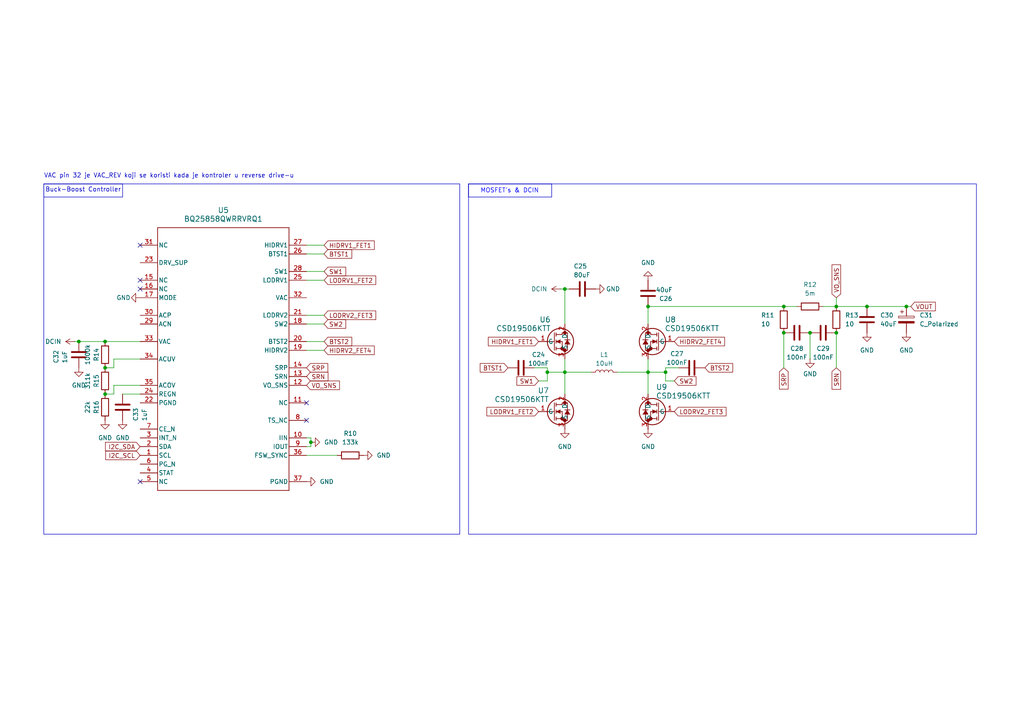
<source format=kicad_sch>
(kicad_sch (version 20250114) (generator "eeschema") (generator_version "9.0")
  (paper "A4")
  (title_block (title "LV_Regulator_Main") (rev "1.00A") (company "\"Black Horntets\" Formula Student team") (comment 1 "Authors: Dusan Novkovic; Nikola Popovic") (comment 2 "Subteam: Low Voltage Team"))
  (lib_symbols
    (symbol "Controller_Library:BQ25858QWRRVRQ1" (pin_names (offset 0.254))
      (property "Reference" "U" (at 0 2.54 0))
      (property "Value" "BQ25858QWRRVRQ1" (at 0 0 0))
      (symbol "BQ25858QWRRVRQ1_0_1"
        (polyline (pts (xy 5.08 5.08) (xy 5.08 -71.12)) (stroke (width 0.2032)))
        (polyline (pts (xy 5.08 -71.12) (xy 43.18 -71.12)) (stroke (width 0.2032)))
        (polyline (pts (xy 43.18 5.08) (xy 5.08 5.08)) (stroke (width 0.2032)))
        (polyline (pts (xy 43.18 -71.12) (xy 43.18 5.08)) (stroke (width 0.2032)))
        (pin unspecified line (at 0 0 0) (length 5.08) (name "NC") (number "31"))
        (pin power_in line (at 0 -5.08 0) (length 5.08) (name "DRV_SUP") (number "23"))
        (pin unspecified line (at 0 -10.16 0) (length 5.08) (name "NC") (number "15"))
        (pin unspecified line (at 0 -12.7 0) (length 5.08) (name "NC") (number "16"))
        (pin unspecified line (at 0 -15.24 0) (length 5.08) (name "MODE") (number "17"))
        (pin unspecified line (at 0 -20.32 0) (length 5.08) (name "ACP") (number "30"))
        (pin unspecified line (at 0 -22.86 0) (length 5.08) (name "ACN") (number "29"))
        (pin power_in line (at 0 -27.94 0) (length 5.08) (name "VAC") (number "33"))
        (pin unspecified line (at 0 -33.02 0) (length 5.08) (name "ACUV") (number "34"))
        (pin unspecified line (at 0 -40.64 0) (length 5.08) (name "ACOV") (number "35"))
        (pin power_in line (at 0 -43.18 0) (length 5.08) (name "REGN") (number "24"))
        (pin power_in line (at 0 -45.72 0) (length 5.08) (name "PGND") (number "22"))
        (pin input line (at 0 -53.34 0) (length 5.08) (name "CE_N") (number "7"))
        (pin open_collector line (at 0 -55.88 0) (length 5.08) (name "INT_N") (number "3"))
        (pin bidirectional line (at 0 -58.42 0) (length 5.08) (name "SDA") (number "2"))
        (pin input line (at 0 -60.96 0) (length 5.08) (name "SCL") (number "1"))
        (pin open_collector line (at 0 -63.5 0) (length 5.08) (name "PG_N") (number "6"))
        (pin open_collector line (at 0 -66.04 0) (length 5.08) (name "STAT") (number "4"))
        (pin unspecified line (at 0 -68.58 0) (length 5.08) (name "NC") (number "5"))
        (pin unspecified line (at 48.26 0 180) (length 5.08) (name "HIDRV1") (number "27"))
        (pin power_in line (at 48.26 -2.54 180) (length 5.08) (name "BTST1") (number "26"))
        (pin unspecified line (at 48.26 -7.62 180) (length 5.08) (name "SW1") (number "28"))
        (pin unspecified line (at 48.26 -10.16 180) (length 5.08) (name "LODRV1") (number "25"))
        (pin power_in line (at 48.26 -15.24 180) (length 5.08) (name "VAC") (number "32"))
        (pin unspecified line (at 48.26 -20.32 180) (length 5.08) (name "LODRV2") (number "21"))
        (pin unspecified line (at 48.26 -22.86 180) (length 5.08) (name "SW2") (number "18"))
        (pin power_in line (at 48.26 -27.94 180) (length 5.08) (name "BTST2") (number "20"))
        (pin unspecified line (at 48.26 -30.48 180) (length 5.08) (name "HIDRV2") (number "19"))
        (pin unspecified line (at 48.26 -35.56 180) (length 5.08) (name "SRP") (number "14"))
        (pin unspecified line (at 48.26 -38.1 180) (length 5.08) (name "SRN") (number "13"))
        (pin input line (at 48.26 -40.64 180) (length 5.08) (name "VO_SNS") (number "12"))
        (pin unspecified line (at 48.26 -45.72 180) (length 5.08) (name "NC") (number "11"))
        (pin unspecified line (at 48.26 -50.8 180) (length 5.08) (name "TS_NC") (number "8"))
        (pin unspecified line (at 48.26 -55.88 180) (length 5.08) (name "IIN") (number "10"))
        (pin unspecified line (at 48.26 -58.42 180) (length 5.08) (name "IOUT") (number "9"))
        (pin input line (at 48.26 -60.96 180) (length 5.08) (name "FSW_SYNC") (number "36"))
        (pin power_in line (at 48.26 -68.58 180) (length 5.08) (name "PGND") (number "37"))
      )
    )
    (symbol "Controller_Library:CSD19506KTT" (pin_names (offset 0.254))
      (property "Reference" "U" (at 11.43 1.905 0))
      (property "Value" "CSD19506KTT" (at 11.43 -2.54 0))
      (symbol "CSD19506KTT_0_1"
        (polyline (pts (xy 2.54 0) (xy 4.445 0)) (stroke (width 0.2032)))
        (polyline (pts (xy 4.572 -2.54) (xy 4.572 2.54)) (stroke (width 0.2032)))
        (polyline (pts (xy 5.08 2.032) (xy 6.858 2.032)) (stroke (width 0.2032)))
        (polyline (pts (xy 5.08 1.524) (xy 5.08 2.54)) (stroke (width 0.2032)))
        (polyline (pts (xy 5.08 -0.508) (xy 5.08 0.508)) (stroke (width 0.2032)))
        (polyline (pts (xy 5.08 -2.032) (xy 6.858 -2.032)) (stroke (width 0.2032)))
        (polyline (pts (xy 5.08 -2.54) (xy 5.08 -1.524)) (stroke (width 0.2032)))
        (polyline (pts (xy 6.35 0.508) (xy 5.08 0) (xy 6.35 -0.508)) (fill (type outline)))
        (polyline (pts (xy 6.35 0) (xy 6.858 0)) (stroke (width 0.2032)))
        (circle (center 6.35 0) (radius 3.81) (stroke (width 0.254)))
        (polyline (pts (xy 6.858 2.54) (xy 8.382 2.54)) (stroke (width 0.2032)))
        (polyline (pts (xy 6.858 2.032) (xy 6.858 2.54)) (stroke (width 0.2032)))
        (circle (center 6.858 -2.032) (radius 0.0254) (stroke (width 0.508)))
        (polyline (pts (xy 6.858 -2.54) (xy 6.858 0)) (stroke (width 0.2032)))
        (polyline (pts (xy 6.858 -2.54) (xy 8.382 -2.54)) (stroke (width 0.2032)))
        (circle (center 7.62 2.54) (radius 0.0254) (stroke (width 0.508)))
        (circle (center 7.62 -2.54) (radius 0.0254) (stroke (width 0.508)))
        (polyline (pts (xy 8.382 0.508) (xy 8.382 2.54)) (stroke (width 0.2032)))
        (polyline (pts (xy 8.382 -2.54) (xy 8.382 -0.762)) (stroke (width 0.2032)))
        (polyline (pts (xy 9.144 0.508) (xy 7.62 0.508)) (stroke (width 0.2032)))
        (polyline (pts (xy 9.144 -0.762) (xy 7.62 -0.762) (xy 8.382 0.508)) (fill (type outline)))
        (pin unspecified line (at 0 0 0) (length 2.54) (name "G") (number "1"))
        (pin unspecified line (at 7.62 5.08 270) (length 2.54) (name "D") (number "2"))
        (pin unspecified line (at 7.62 -5.08 90) (length 2.54) (name "S") (number "3"))
      )
    )
    (symbol "Device:C" (pin_numbers (hide yes)) (pin_names (offset 0.254))
      (property "Reference" "C" (at 0.635 2.54 0))
      (property "Value" "C" (at 0.635 -2.54 0))
      (symbol "C_0_1"
        (polyline (pts (xy -2.032 0.762) (xy 2.032 0.762)) (stroke (width 0.508)))
        (polyline (pts (xy -2.032 -0.762) (xy 2.032 -0.762)) (stroke (width 0.508)))
      )
      (symbol "C_1_1"
        (pin passive line (at 0 3.81 270) (length 2.794) (name "~") (number "1"))
        (pin passive line (at 0 -3.81 90) (length 2.794) (name "~") (number "2"))
      )
    )
    (symbol "Device:C_Polarized" (pin_numbers (hide yes)) (pin_names (offset 0.254))
      (property "Reference" "C" (at 0.635 2.54 0))
      (property "Value" "C_Polarized" (at 0.635 -2.54 0))
      (symbol "C_Polarized_0_1"
        (rectangle (start -2.286 0.508) (end 2.286 1.016))
        (polyline (pts (xy -1.778 2.286) (xy -0.762 2.286)))
        (polyline (pts (xy -1.27 2.794) (xy -1.27 1.778)))
        (rectangle (start 2.286 -0.508) (end -2.286 -1.016) (fill (type outline)))
      )
      (symbol "C_Polarized_1_1"
        (pin passive line (at 0 3.81 270) (length 2.794) (name "~") (number "1"))
        (pin passive line (at 0 -3.81 90) (length 2.794) (name "~") (number "2"))
      )
    )
    (symbol "Device:L" (pin_numbers (hide yes)) (pin_names (offset 1.016) (hide yes))
      (property "Reference" "L" (at -1.27 0 90))
      (property "Value" "L" (at 1.905 0 90))
      (symbol "L_0_1"
        (arc (start 0 2.54) (mid 0.6323 1.905) (end 0 1.27))
        (arc (start 0 1.27) (mid 0.6323 0.635) (end 0 0))
        (arc (start 0 0) (mid 0.6323 -0.635) (end 0 -1.27))
        (arc (start 0 -1.27) (mid 0.6323 -1.905) (end 0 -2.54))
      )
      (symbol "L_1_1"
        (pin passive line (at 0 3.81 270) (length 1.27) (name "1") (number "1"))
        (pin passive line (at 0 -3.81 90) (length 1.27) (name "2") (number "2"))
      )
    )
    (symbol "Device:R" (pin_numbers (hide yes)) (pin_names (offset 0))
      (property "Reference" "R" (at 2.032 0 90))
      (property "Value" "R" (at 0 0 90))
      (symbol "R_0_1"
        (rectangle (start -1.016 -2.54) (end 1.016 2.54) (stroke (width 0.254)))
      )
      (symbol "R_1_1"
        (pin passive line (at 0 3.81 270) (length 1.27) (name "~") (number "1"))
        (pin passive line (at 0 -3.81 90) (length 1.27) (name "~") (number "2"))
      )
    )
    (symbol "power:GND" (power) (pin_numbers (hide yes)) (pin_names (offset 0) (hide yes))
      (property "Value" "GND" (at 0 -3.81 0))
      (symbol "GND_0_1"
        (polyline (pts (xy 0 0) (xy 0 -1.27) (xy 1.27 -1.27) (xy 0 -2.54) (xy -1.27 -1.27) (xy 0 -1.27)))
      )
      (symbol "GND_1_1"
        (pin power_in line (at 0 0 270) (length 0) (name "~") (number "1"))
      )
    )
    (symbol "power:VD" (power) (pin_numbers (hide yes)) (pin_names (offset 0) (hide yes))
      (property "Value" "VD" (at 0 3.556 0))
      (symbol "VD_0_1"
        (polyline (pts (xy -0.762 1.27) (xy 0 2.54)))
        (polyline (pts (xy 0 2.54) (xy 0.762 1.27)))
        (polyline (pts (xy 0 0) (xy 0 2.54)))
      )
      (symbol "VD_1_1"
        (pin power_in line (at 0 0 90) (length 0) (name "~") (number "1"))
      )
    )
    (symbol "power:VDC" (power) (pin_numbers (hide yes)) (pin_names (offset 0) (hide yes))
      (property "Value" "VDC" (at 0 3.556 0))
      (symbol "VDC_0_1"
        (polyline (pts (xy -0.762 1.27) (xy 0 2.54)))
        (polyline (pts (xy 0 2.54) (xy 0.762 1.27)))
        (polyline (pts (xy 0 0) (xy 0 2.54)))
      )
      (symbol "VDC_1_1"
        (pin power_in line (at 0 0 90) (length 0) (name "~") (number "1"))
      )
    )
  )
  (rectangle (start 12.7 53.34) (end 35.56 57.15))
  (rectangle (start 135.89 53.34) (end 160.02 57.15))
  (rectangle (start 12.7 53.34) (end 133.35 154.94))
  (rectangle (start 135.89 53.34) (end 283.21 154.94))
  (text "Buck-Boost Controller" (at 24.13 55.118 0) (effects (font (size 1.27 1.27))))
  (text "MOSFET's & DCIN" (at 147.828 55.372 0) (effects (font (size 1.27 1.27))))
  (text "VAC pin 32 je VAC_REV koji se koristi kada je kontroler u reverse drive-u\n" (at 49.022 51.054 0) (effects (font (size 1.27 1.27))))
  (junction (at 30.48 114.3))
  (junction (at 251.46 88.9))
  (junction (at 187.96 107.95))
  (junction (at 242.57 96.52))
  (junction (at 234.95 96.52))
  (junction (at 22.86 99.06))
  (junction (at 163.83 83.82))
  (junction (at 187.96 88.9))
  (junction (at 227.33 96.52))
  (junction (at 193.04 107.95))
  (junction (at 30.48 106.68))
  (junction (at 262.89 88.9))
  (junction (at 163.83 107.95))
  (junction (at 227.33 88.9))
  (junction (at 30.48 99.06))
  (junction (at 90.17 128.27))
  (junction (at 158.75 107.95))
  (junction (at 242.57 88.9))
  (no_connect (at 88.9 116.84))
  (no_connect (at 40.64 83.82))
  (no_connect (at 40.64 139.7))
  (no_connect (at 40.64 71.12))
  (no_connect (at 40.64 81.28))
  (no_connect (at 88.9 121.92))
  (wire (pts (xy 158.75 110.49) (xy 158.75 107.95)))
  (wire (pts (xy 33.02 104.14) (xy 33.02 106.68)))
  (wire (pts (xy 251.46 88.9) (xy 262.89 88.9)))
  (wire (pts (xy 90.17 127) (xy 90.17 128.27)))
  (wire (pts (xy 33.02 111.76) (xy 33.02 114.3)))
  (wire (pts (xy 242.57 86.36) (xy 242.57 88.9)))
  (wire (pts (xy 193.04 110.49) (xy 195.58 110.49)))
  (wire (pts (xy 40.64 111.76) (xy 33.02 111.76)))
  (wire (pts (xy 171.45 107.95) (xy 163.83 107.95)))
  (wire (pts (xy 88.9 93.98) (xy 93.98 93.98)))
  (wire (pts (xy 90.17 128.27) (xy 90.17 129.54)))
  (wire (pts (xy 163.83 83.82) (xy 165.1 83.82)))
  (wire (pts (xy 88.9 78.74) (xy 93.98 78.74)))
  (wire (pts (xy 88.9 101.6) (xy 93.98 101.6)))
  (wire (pts (xy 163.83 83.82) (xy 162.56 83.82)))
  (wire (pts (xy 227.33 88.9) (xy 231.14 88.9)))
  (wire (pts (xy 33.02 114.3) (xy 30.48 114.3)))
  (wire (pts (xy 21.59 99.06) (xy 22.86 99.06)))
  (wire (pts (xy 193.04 107.95) (xy 193.04 106.68)))
  (wire (pts (xy 163.83 104.14) (xy 163.83 107.95)))
  (wire (pts (xy 242.57 96.52) (xy 242.57 106.68)))
  (wire (pts (xy 193.04 110.49) (xy 193.04 107.95)))
  (wire (pts (xy 158.75 107.95) (xy 158.75 106.68)))
  (wire (pts (xy 88.9 127) (xy 90.17 127)))
  (wire (pts (xy 22.86 99.06) (xy 30.48 99.06)))
  (wire (pts (xy 234.95 104.14) (xy 234.95 96.52)))
  (wire (pts (xy 88.9 71.12) (xy 93.98 71.12)))
  (wire (pts (xy 193.04 106.68) (xy 196.85 106.68)))
  (wire (pts (xy 163.83 83.82) (xy 163.83 93.98)))
  (wire (pts (xy 187.96 104.14) (xy 187.96 107.95)))
  (wire (pts (xy 187.96 88.9) (xy 187.96 93.98)))
  (wire (pts (xy 156.21 110.49) (xy 158.75 110.49)))
  (wire (pts (xy 179.07 107.95) (xy 187.96 107.95)))
  (wire (pts (xy 88.9 129.54) (xy 90.17 129.54)))
  (wire (pts (xy 227.33 96.52) (xy 227.33 106.68)))
  (wire (pts (xy 187.96 107.95) (xy 193.04 107.95)))
  (wire (pts (xy 93.98 73.66) (xy 88.9 73.66)))
  (wire (pts (xy 264.16 88.9) (xy 262.89 88.9)))
  (wire (pts (xy 30.48 106.68) (xy 33.02 106.68)))
  (wire (pts (xy 35.56 114.3) (xy 40.64 114.3)))
  (wire (pts (xy 154.94 106.68) (xy 158.75 106.68)))
  (wire (pts (xy 30.48 99.06) (xy 40.64 99.06)))
  (wire (pts (xy 88.9 81.28) (xy 93.98 81.28)))
  (wire (pts (xy 187.96 88.9) (xy 227.33 88.9)))
  (wire (pts (xy 163.83 107.95) (xy 163.83 114.3)))
  (wire (pts (xy 242.57 88.9) (xy 251.46 88.9)))
  (wire (pts (xy 158.75 107.95) (xy 163.83 107.95)))
  (wire (pts (xy 33.02 104.14) (xy 40.64 104.14)))
  (wire (pts (xy 93.98 99.06) (xy 88.9 99.06)))
  (wire (pts (xy 88.9 91.44) (xy 93.98 91.44)))
  (wire (pts (xy 97.79 132.08) (xy 88.9 132.08)))
  (wire (pts (xy 187.96 107.95) (xy 187.96 114.3)))
  (wire (pts (xy 238.76 88.9) (xy 242.57 88.9)))
  (global_label "LODRV1_FET2" (shape input) (at 93.98 81.28 0) (property "Intersheetrefs" "${INTERSHEET_REFS}" (effects (hide yes))))
  (global_label "LODRV2_FET3" (shape input) (at 195.58 119.38 0) (property "Intersheetrefs" "${INTERSHEET_REFS}" (effects (hide yes))))
  (global_label "I2C_SCL" (shape input) (at 40.64 132.08 180) (property "Intersheetrefs" "${INTERSHEET_REFS}" (effects (hide yes))))
  (global_label "SRN" (shape input) (at 242.57 106.68 270) (property "Intersheetrefs" "${INTERSHEET_REFS}" (effects (hide yes))))
  (global_label "SW1" (shape input) (at 93.98 78.74 0) (property "Intersheetrefs" "${INTERSHEET_REFS}" (effects (hide yes))))
  (global_label "SRN" (shape input) (at 88.9 109.22 0) (property "Intersheetrefs" "${INTERSHEET_REFS}" (effects (hide yes))))
  (global_label "LODRV1_FET2" (shape input) (at 156.21 119.38 180) (property "Intersheetrefs" "${INTERSHEET_REFS}" (effects (hide yes))))
  (global_label "VOUT" (shape input) (at 264.16 88.9 0) (property "Intersheetrefs" "${INTERSHEET_REFS}" (effects (hide yes))))
  (global_label "HIDRV2_FET4" (shape input) (at 93.98 101.6 0) (property "Intersheetrefs" "${INTERSHEET_REFS}" (effects (hide yes))))
  (global_label "BTST2" (shape input) (at 93.98 99.06 0) (property "Intersheetrefs" "${INTERSHEET_REFS}" (effects (hide yes))))
  (global_label "HIDRV2_FET4" (shape input) (at 195.58 99.06 0) (property "Intersheetrefs" "${INTERSHEET_REFS}" (effects (hide yes))))
  (global_label "BTST2" (shape input) (at 204.47 106.68 0) (property "Intersheetrefs" "${INTERSHEET_REFS}" (effects (hide yes))))
  (global_label "SRP" (shape input) (at 227.33 106.68 270) (property "Intersheetrefs" "${INTERSHEET_REFS}" (effects (hide yes))))
  (global_label "SW2" (shape input) (at 93.98 93.98 0) (property "Intersheetrefs" "${INTERSHEET_REFS}" (effects (hide yes))))
  (global_label "HIDRV1_FET1" (shape input) (at 93.98 71.12 0) (property "Intersheetrefs" "${INTERSHEET_REFS}" (effects (hide yes))))
  (global_label "BTST1" (shape input) (at 93.98 73.66 0) (property "Intersheetrefs" "${INTERSHEET_REFS}" (effects (hide yes))))
  (global_label "I2C_SDA" (shape input) (at 40.64 129.54 180) (property "Intersheetrefs" "${INTERSHEET_REFS}" (effects (hide yes))))
  (global_label "BTST1" (shape input) (at 147.32 106.68 180) (property "Intersheetrefs" "${INTERSHEET_REFS}" (effects (hide yes))))
  (global_label "SRP" (shape input) (at 88.9 106.68 0) (property "Intersheetrefs" "${INTERSHEET_REFS}" (effects (hide yes))))
  (global_label "HIDRV1_FET1" (shape input) (at 156.21 99.06 180) (property "Intersheetrefs" "${INTERSHEET_REFS}" (effects (hide yes))))
  (global_label "VO_SNS" (shape input) (at 242.57 86.36 90) (property "Intersheetrefs" "${INTERSHEET_REFS}" (effects (hide yes))))
  (global_label "SW1" (shape input) (at 156.21 110.49 180) (property "Intersheetrefs" "${INTERSHEET_REFS}" (effects (hide yes))))
  (global_label "VO_SNS" (shape input) (at 88.9 111.76 0) (property "Intersheetrefs" "${INTERSHEET_REFS}" (effects (hide yes))))
  (global_label "LODRV2_FET3" (shape input) (at 93.98 91.44 0) (property "Intersheetrefs" "${INTERSHEET_REFS}" (effects (hide yes))))
  (global_label "SW2" (shape input) (at 195.58 110.49 0) (property "Intersheetrefs" "${INTERSHEET_REFS}" (effects (hide yes))))
  (symbol (lib_id "power:GND") (at 30.48 121.92 0) (unit 1)
    (property "Reference" "#PWR079" (effects (hide yes)))
    (property "Value" "GND" (at 30.48 127 0))
    (property "Description" "Power symbol creates a global label with name \"GND\" , ground" (effects (hide yes)))
  )
  (symbol (lib_id "power:VDC") (at 21.59 99.06 90) (unit 1)
    (property "Reference" "#PWR066" (effects (hide yes)))
    (property "Value" "DCIN" (at 17.78 99.0599 90) (effects (justify left)))
    (property "Description" "Power symbol creates a global label with name \"VDC\"" (effects (hide yes)))
  )
  (symbol (lib_id "power:VD") (at 162.56 83.82 90) (unit 1)
    (property "Reference" "#PWR070" (effects (hide yes)))
    (property "Value" "DCIN" (at 158.75 83.8199 90) (effects (justify left)))
    (property "Description" "Power symbol creates a global label with name \"VD\"" (effects (hide yes)))
  )
  (symbol (lib_id "power:GND") (at 35.56 121.92 0) (unit 1)
    (property "Reference" "#PWR080" (effects (hide yes)))
    (property "Value" "GND" (at 35.56 127 0))
    (property "Description" "Power symbol creates a global label with name \"GND\" , ground" (effects (hide yes)))
  )
  (symbol (lib_id "Device:C") (at 187.96 85.09 180) (unit 1)
    (property "Reference" "C26" (at 195.072 86.614 0) (effects (justify left)))
    (property "Value" "40uF" (at 195.072 84.074 0) (effects (justify left)))
    (property "Description" "Unpolarized capacitor" (effects (hide yes)))
  )
  (symbol (lib_id "power:GND") (at 22.86 106.68 0) (unit 1)
    (property "Reference" "#PWR078" (effects (hide yes)))
    (property "Value" "GND" (at 22.86 111.76 0))
    (property "Description" "Power symbol creates a global label with name \"GND\" , ground" (effects (hide yes)))
  )
  (symbol (lib_id "power:GND") (at 187.96 81.28 180) (unit 1)
    (property "Reference" "#PWR073" (effects (hide yes)))
    (property "Value" "GND" (at 187.96 76.2 0))
    (property "Description" "Power symbol creates a global label with name \"GND\" , ground" (effects (hide yes)))
  )
  (symbol (lib_id "Controller_Library:CSD19506KTT") (at 156.21 119.38 0) (unit 1)
    (property "Reference" "U7" (at 159.258 113.284 0) (effects (font (size 1.524 1.524)) (justify right)))
    (property "Value" "CSD19506KTT" (at 159.258 115.824 0) (effects (font (size 1.524 1.524)) (justify right)))
    (property "Footprint" "DDPAK/TO-263_KTT_TEX" (effects (hide yes)))
    (property "Datasheet" "https://www.ti.com/lit/gpn/csd19506ktt" (effects (hide yes)))
  )
  (symbol (lib_id "Device:R") (at 234.95 88.9 90) (unit 1)
    (property "Reference" "R12" (at 234.95 82.55 90))
    (property "Value" "5m" (at 234.95 85.09 90))
    (property "Description" "Resistor" (effects (hide yes)))
  )
  (symbol (lib_id "Device:C_Polarized") (at 262.89 92.71 0) (unit 1)
    (property "Reference" "C31" (at 266.7 91.44 0) (effects (justify left)))
    (property "Value" "C_Polarized" (at 266.7 93.98 0) (effects (justify left)))
    (property "Description" "Polarized capacitor" (effects (hide yes)))
  )
  (symbol (lib_id "power:GND") (at 234.95 104.14 0) (unit 1)
    (property "Reference" "#PWR075" (effects (hide yes)))
    (property "Value" "GND" (at 234.95 108.458 0))
    (property "Description" "Power symbol creates a global label with name \"GND\" , ground" (effects (hide yes)))
  )
  (symbol (lib_id "Device:C") (at 22.86 102.87 180) (unit 1)
    (property "Reference" "C32" (at 16.256 105.41 90) (effects (justify right)))
    (property "Value" "1uF" (at 18.796 105.41 90) (effects (justify right)))
    (property "Description" "Unpolarized capacitor" (effects (hide yes)))
  )
  (symbol (lib_id "Device:C") (at 168.91 83.82 90) (unit 1)
    (property "Reference" "C25" (at 166.37 77.216 90) (effects (justify right)))
    (property "Value" "80uF" (at 166.37 79.756 90) (effects (justify right)))
    (property "Description" "Unpolarized capacitor" (effects (hide yes)))
  )
  (symbol (lib_id "power:GND") (at 88.9 139.7 90) (unit 1)
    (property "Reference" "#PWR067" (effects (hide yes)))
    (property "Value" "GND" (at 92.71 139.6999 90) (effects (justify right)))
    (property "Description" "Power symbol creates a global label with name \"GND\" , ground" (effects (hide yes)))
  )
  (symbol (lib_id "Controller_Library:CSD19506KTT") (at 195.58 99.06 0) (mirror y) (unit 1)
    (property "Reference" "U8" (at 192.786 92.71 0) (effects (font (size 1.524 1.524)) (justify right)))
    (property "Value" "CSD19506KTT" (at 192.786 95.25 0) (effects (font (size 1.524 1.524)) (justify right)))
    (property "Footprint" "DDPAK/TO-263_KTT_TEX" (effects (hide yes)))
    (property "Datasheet" "https://www.ti.com/lit/gpn/csd19506ktt" (effects (hide yes)))
  )
  (symbol (lib_id "power:GND") (at 40.64 86.36 270) (unit 1)
    (property "Reference" "#PWR065" (effects (hide yes)))
    (property "Value" "GND" (at 35.814 86.36 90))
    (property "Description" "Power symbol creates a global label with name \"GND\" , ground" (effects (hide yes)))
  )
  (symbol (lib_id "power:GND") (at 251.46 96.52 0) (unit 1)
    (property "Reference" "#PWR076" (effects (hide yes)))
    (property "Value" "GND" (at 251.46 101.6 0))
    (property "Description" "Power symbol creates a global label with name \"GND\" , ground" (effects (hide yes)))
  )
  (symbol (lib_id "Device:R") (at 30.48 118.11 0) (unit 1)
    (property "Reference" "R16" (at 27.94 118.11 90))
    (property "Value" "22k" (at 25.4 118.11 90))
    (property "Description" "Resistor" (effects (hide yes)))
  )
  (symbol (lib_id "Device:R") (at 101.6 132.08 270) (unit 1)
    (property "Reference" "R10" (at 101.6 125.73 90))
    (property "Value" "133k" (at 101.6 128.27 90))
    (property "Description" "Resistor" (effects (hide yes)))
  )
  (symbol (lib_id "power:GND") (at 163.83 124.46 0) (unit 1)
    (property "Reference" "#PWR071" (effects (hide yes)))
    (property "Value" "GND" (at 163.83 129.54 0))
    (property "Description" "Power symbol creates a global label with name \"GND\" , ground" (effects (hide yes)))
  )
  (symbol (lib_id "Device:C") (at 200.66 106.68 270) (unit 1)
    (property "Reference" "C27" (at 196.342 102.616 90))
    (property "Value" "100nF" (at 196.342 105.156 90))
    (property "Description" "Unpolarized capacitor" (effects (hide yes)))
  )
  (symbol (lib_id "Controller_Library:CSD19506KTT") (at 195.58 119.38 0) (mirror y) (unit 1)
    (property "Reference" "U9" (at 190.246 112.268 0) (effects (font (size 1.524 1.524)) (justify right)))
    (property "Value" "CSD19506KTT" (at 190.246 114.808 0) (effects (font (size 1.524 1.524)) (justify right)))
    (property "Footprint" "DDPAK/TO-263_KTT_TEX" (effects (hide yes)))
    (property "Datasheet" "https://www.ti.com/lit/gpn/csd19506ktt" (effects (hide yes)))
  )
  (symbol (lib_id "Controller_Library:BQ25858QWRRVRQ1") (at 40.64 71.12 0) (unit 1)
    (property "Reference" "U5" (at 64.77 60.96 0) (effects (font (size 1.524 1.524))))
    (property "Value" "BQ25858QWRRVRQ1" (at 64.77 63.5 0) (effects (font (size 1.524 1.524))))
    (property "Footprint" "RRV0036B-IPC_A" (effects (hide yes)))
    (property "Datasheet" "https://www.ti.com/lit/gpn/bq25858-q1" (effects (hide yes)))
  )
  (symbol (lib_id "power:GND") (at 105.41 132.08 90) (unit 1)
    (property "Reference" "#PWR069" (effects (hide yes)))
    (property "Value" "GND" (at 109.22 132.0799 90) (effects (justify right)))
    (property "Description" "Power symbol creates a global label with name \"GND\" , ground" (effects (hide yes)))
  )
  (symbol (lib_id "Device:C") (at 151.13 106.68 90) (unit 1)
    (property "Reference" "C24" (at 156.21 102.87 90))
    (property "Value" "100nF" (at 156.21 105.41 90))
    (property "Description" "Unpolarized capacitor" (effects (hide yes)))
  )
  (symbol (lib_id "Device:C") (at 35.56 118.11 180) (unit 1)
    (property "Reference" "C33" (at 39.37 122.174 90) (effects (justify right)))
    (property "Value" "1uF" (at 41.91 122.174 90) (effects (justify right)))
    (property "Description" "Unpolarized capacitor" (effects (hide yes)))
  )
  (symbol (lib_id "Device:L") (at 175.26 107.95 90) (unit 1)
    (property "Reference" "L1" (at 175.26 102.87 90))
    (property "Value" "10uH" (at 175.26 105.41 90))
    (property "Description" "Inductor" (effects (hide yes)))
  )
  (symbol (lib_id "Device:R") (at 30.48 102.87 0) (unit 1)
    (property "Reference" "R14" (at 27.94 102.87 90))
    (property "Value" "1000k" (at 25.4 102.87 90))
    (property "Description" "Resistor" (effects (hide yes)))
  )
  (symbol (lib_id "Device:R") (at 227.33 92.71 0) (unit 1)
    (property "Reference" "R11" (at 220.726 91.44 0) (effects (justify left)))
    (property "Value" "10" (at 220.726 93.98 0) (effects (justify left)))
    (property "Description" "Resistor" (effects (hide yes)))
  )
  (symbol (lib_id "Device:C") (at 251.46 92.71 0) (unit 1)
    (property "Reference" "C30" (at 255.27 91.4399 0) (effects (justify left)))
    (property "Value" "40uF" (at 255.27 93.9799 0) (effects (justify left)))
    (property "Description" "Unpolarized capacitor" (effects (hide yes)))
  )
  (symbol (lib_id "Device:C") (at 231.14 96.52 90) (unit 1)
    (property "Reference" "C28" (at 231.14 101.092 90))
    (property "Value" "100nF" (at 231.14 103.632 90))
    (property "Description" "Unpolarized capacitor" (effects (hide yes)))
  )
  (symbol (lib_id "Device:R") (at 30.48 110.49 0) (unit 1)
    (property "Reference" "R15" (at 27.94 110.49 90))
    (property "Value" "311k" (at 25.4 110.49 90))
    (property "Description" "Resistor" (effects (hide yes)))
  )
  (symbol (lib_id "Device:R") (at 242.57 92.71 0) (unit 1)
    (property "Reference" "R13" (at 245.11 91.4399 0) (effects (justify left)))
    (property "Value" "10" (at 245.11 93.9799 0) (effects (justify left)))
    (property "Description" "Resistor" (effects (hide yes)))
  )
  (symbol (lib_id "power:GND") (at 262.89 96.52 0) (unit 1)
    (property "Reference" "#PWR077" (effects (hide yes)))
    (property "Value" "GND" (at 262.89 101.6 0))
    (property "Description" "Power symbol creates a global label with name \"GND\" , ground" (effects (hide yes)))
  )
  (symbol (lib_id "Device:C") (at 238.76 96.52 90) (unit 1)
    (property "Reference" "C29" (at 238.76 101.092 90))
    (property "Value" "100nF" (at 238.76 103.632 90))
    (property "Description" "Unpolarized capacitor" (effects (hide yes)))
  )
  (symbol (lib_id "power:GND") (at 172.72 83.82 90) (unit 1)
    (property "Reference" "#PWR072" (effects (hide yes)))
    (property "Value" "GND" (at 177.8 83.82 90))
    (property "Description" "Power symbol creates a global label with name \"GND\" , ground" (effects (hide yes)))
  )
  (symbol (lib_id "Controller_Library:CSD19506KTT") (at 156.21 99.06 0) (unit 1)
    (property "Reference" "U6" (at 159.766 92.71 0) (effects (font (size 1.524 1.524)) (justify right)))
    (property "Value" "CSD19506KTT" (at 159.766 95.25 0) (effects (font (size 1.524 1.524)) (justify right)))
    (property "Footprint" "DDPAK/TO-263_KTT_TEX" (effects (hide yes)))
    (property "Datasheet" "https://www.ti.com/lit/gpn/csd19506ktt" (effects (hide yes)))
  )
  (symbol (lib_id "power:GND") (at 90.17 128.27 90) (unit 1)
    (property "Reference" "#PWR068" (effects (hide yes)))
    (property "Value" "GND" (at 93.98 128.2699 90) (effects (justify right)))
    (property "Description" "Power symbol creates a global label with name \"GND\" , ground" (effects (hide yes)))
  )
  (symbol (lib_id "power:GND") (at 187.96 124.46 0) (unit 1)
    (property "Reference" "#PWR074" (effects (hide yes)))
    (property "Value" "GND" (at 187.96 129.54 0))
    (property "Description" "Power symbol creates a global label with name \"GND\" , ground" (effects (hide yes)))
  )
)
</source>
